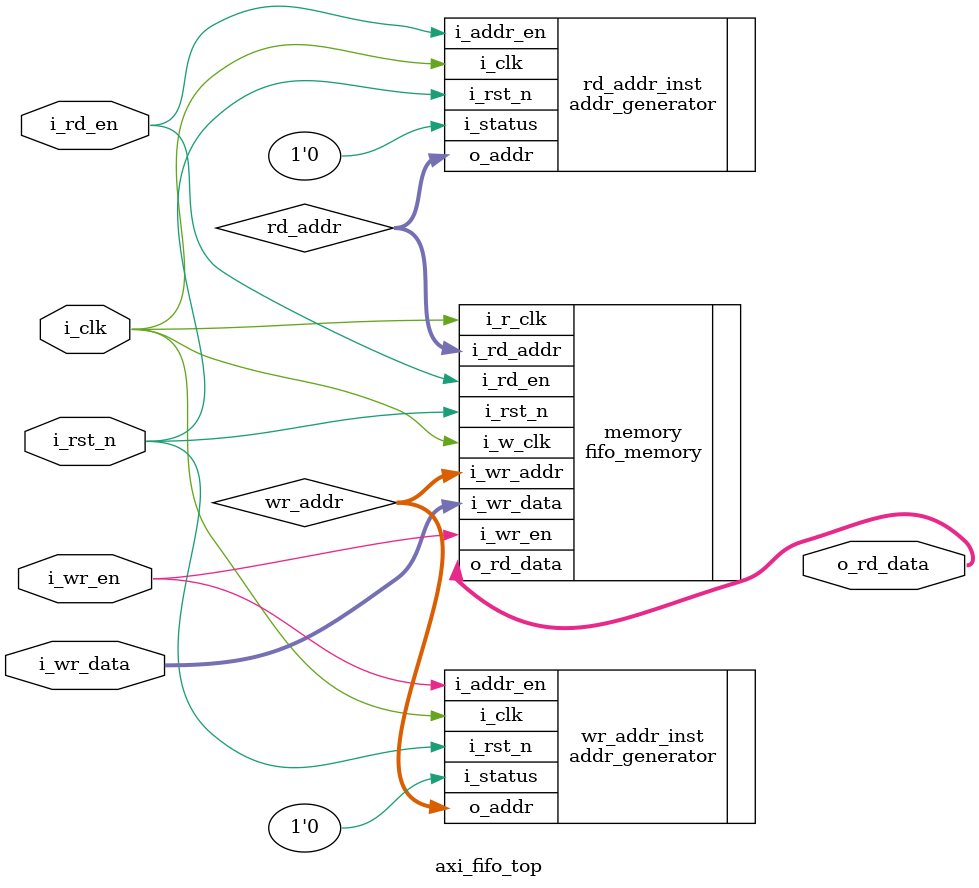
<source format=sv>
/***************************************************
Module name = axi_fifo.sv
project 	= axi_dma
Author 		= Mohsan Naeem
Version		= 0.1
Date 		= 16/04/2022
Description :


***************************************************/
`timescale 1ns/1ps
module axi_fifo_top (
	input  logic i_clk 					    	,	// Clock
	input  logic i_rst_n					    ,	// Asynchronous reset active low
	input  logic i_wr_en					    ,
	input  logic i_rd_en					    ,
	input  logic[DATA_WIDTH-1 :0] i_wr_data 	,	// Write data to memory
	output logic[DATA_WIDTH-1 :0] o_rd_data 		// Read data from memory
	
	
);
 localparam ADDR_WIDTH = 5;
 localparam DATA_WIDTH = 32; 
 logic [ADDR_WIDTH-1: 0] rd_addr;
 logic [ADDR_WIDTH-1: 0] wr_addr;


 addr_generator wr_addr_inst (
	.i_clk        (i_clk)		,
	.i_rst_n      (i_rst_n)		,
	.i_addr_en    (i_wr_en)		,
	.i_status     (1'b0)			,
	.o_addr       (wr_addr)		
);
 addr_generator rd_addr_inst (
	.i_clk        (i_clk)		,
	.i_rst_n      (i_rst_n)		,
	.i_addr_en    (i_rd_en)		,
	.i_status     (1'b0)			,
	.o_addr       (rd_addr)
);
fifo_memory memory(
	//Reset and clocks
	.i_w_clk     (i_clk)		,
	.i_r_clk     (i_clk)		,
	.i_rst_n     (i_rst_n)		,
    //Write signals
	.i_wr_en     (i_wr_en)		,
    .i_wr_addr   (wr_addr)		,
	.i_wr_data   (i_wr_data)	,
	//Read signals
	.i_rd_en     (i_rd_en)		,
	.i_rd_addr   (rd_addr)		,
	.o_rd_data   (o_rd_data) 
);

endmodule : axi_fifo_top
</source>
